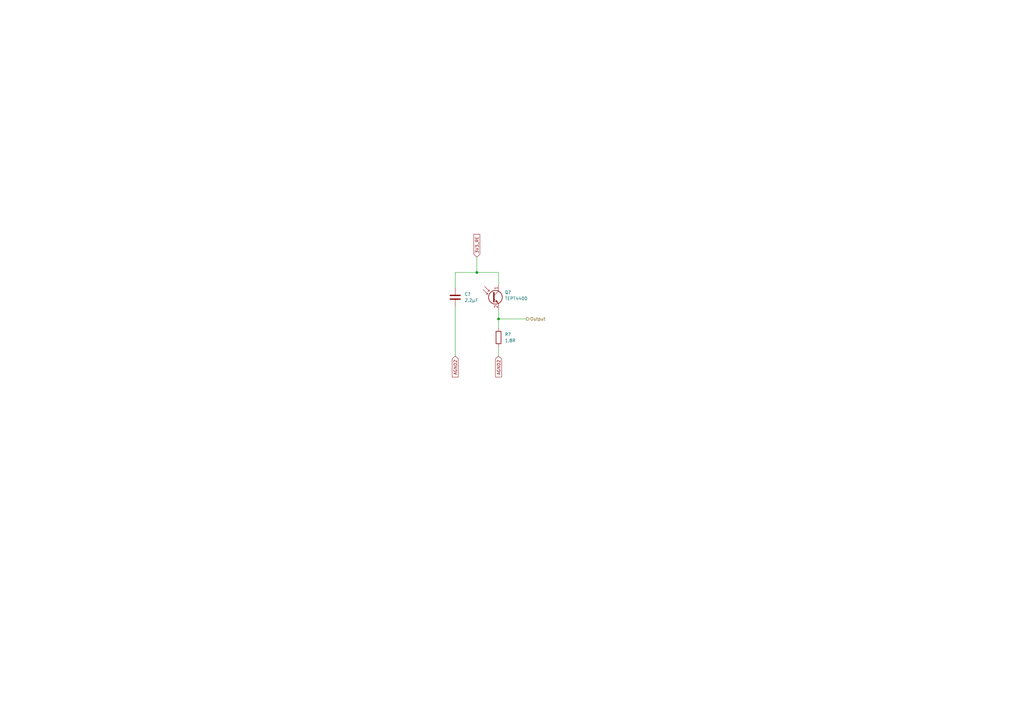
<source format=kicad_sch>
(kicad_sch (version 20250114) (generator "eeschema") (generator_version "9.0")
  (paper "A3")
  (title_block (title "Rabosa_Bot") (rev "1.0") (company "XorvaLabs"))
  (lib_symbols
    (symbol "Device:C" (pin_numbers (hide yes)) (pin_names (offset 0.254))
      (property "Reference" "C" (at 0.635 2.54 0))
      (property "Value" "C" (at 0.635 -2.54 0))
      (symbol "C_0_1"
        (polyline (pts (xy -2.032 0.762) (xy 2.032 0.762)) (stroke (width 0.508)))
        (polyline (pts (xy -2.032 -0.762) (xy 2.032 -0.762)) (stroke (width 0.508)))
      )
      (symbol "C_1_1"
        (pin passive line (at 0 3.81 270) (length 2.794) (name "~") (number "1"))
        (pin passive line (at 0 -3.81 90) (length 2.794) (name "~") (number "2"))
      )
    )
    (symbol "Device:R" (pin_numbers (hide yes)) (pin_names (offset 0))
      (property "Reference" "R" (at 2.032 0 90))
      (property "Value" "R" (at 0 0 90))
      (symbol "R_0_1"
        (rectangle (start -1.016 -2.54) (end 1.016 2.54) (stroke (width 0.254)))
      )
      (symbol "R_1_1"
        (pin passive line (at 0 3.81 270) (length 1.27) (name "~") (number "1"))
        (pin passive line (at 0 -3.81 90) (length 1.27) (name "~") (number "2"))
      )
    )
    (symbol "Sensor_Optical:TEPT4400" (pin_names (offset 0) (hide yes))
      (property "Reference" "Q" (at 5.08 1.27 0))
      (property "Value" "TEPT4400" (at 5.08 -1.27 0))
      (symbol "TEPT4400_0_1"
        (polyline (pts (xy -3.81 3.175) (xy -1.905 1.27) (xy -1.905 1.905)))
        (polyline (pts (xy -3.175 4.445) (xy -1.27 2.54) (xy -1.27 3.175)))
        (polyline (pts (xy -1.905 1.27) (xy -2.54 1.27)))
        (polyline (pts (xy -1.27 2.54) (xy -1.905 2.54)))
        (polyline (pts (xy 0.635 1.905) (xy 0.635 -1.905) (xy 0.635 -1.905)) (stroke (width 0.508)))
        (polyline (pts (xy 0.635 0.635) (xy 2.54 2.54)))
        (polyline (pts (xy 0.635 -0.635) (xy 2.54 -2.54) (xy 2.54 -2.54)))
        (circle (center 1.27 0) (radius 2.8194) (stroke (width 0.254)))
        (polyline (pts (xy 1.27 -1.778) (xy 1.778 -1.27) (xy 2.286 -2.286) (xy 1.27 -1.778) (xy 1.27 -1.778)) (fill (type outline)))
      )
      (symbol "TEPT4400_1_1"
        (pin passive line (at 2.54 5.08 270) (length 2.54) (name "C") (number "1"))
        (pin passive line (at 2.54 -5.08 90) (length 2.54) (name "E") (number "2"))
      )
    )
  )
  (junction (at 204.47 130.81))
  (junction (at 195.58 111.76))
  (wire (pts (xy 195.58 111.76) (xy 204.47 111.76)))
  (wire (pts (xy 204.47 130.81) (xy 204.47 134.62)))
  (wire (pts (xy 195.58 105.41) (xy 195.58 111.76)))
  (wire (pts (xy 204.47 127) (xy 204.47 130.81)))
  (wire (pts (xy 204.47 142.24) (xy 204.47 146.05)))
  (wire (pts (xy 186.69 118.11) (xy 186.69 111.76)))
  (wire (pts (xy 204.47 130.81) (xy 215.9 130.81)))
  (wire (pts (xy 186.69 125.73) (xy 186.69 146.05)))
  (wire (pts (xy 186.69 111.76) (xy 195.58 111.76)))
  (wire (pts (xy 204.47 111.76) (xy 204.47 116.84)))
  (global_label "AGND2" (shape input) (at 204.47 146.05 270) (property "Intersheetrefs" "${INTERSHEET_REFS}" (effects (hide yes))))
  (global_label "3V3_RE" (shape input) (at 195.58 105.41 90) (property "Intersheetrefs" "${INTERSHEET_REFS}" (effects (hide yes))))
  (global_label "AGND2" (shape input) (at 186.69 146.05 270) (property "Intersheetrefs" "${INTERSHEET_REFS}" (effects (hide yes))))
  (hierarchical_label "Output" (shape output) (at 215.9 130.81 0))
  (symbol (lib_id "Device:C") (at 186.69 121.92 0) (unit 1)
    (property "Reference" "C?" (at 190.5 120.6499 0) (effects (justify left)))
    (property "Value" "2.2µF" (at 190.5 123.1899 0) (effects (justify left)))
    (property "Footprint" "Capacitor_SMD:C_0201_0603Metric" (effects (hide yes)))
    (property "Description" "Unpolarized capacitor" (effects (hide yes)))
  )
  (symbol (lib_id "Sensor_Optical:TEPT4400") (at 201.93 121.92 0) (unit 1)
    (property "Reference" "Q?" (at 207.01 119.9006 0) (effects (justify left)))
    (property "Value" "TEPT4400" (at 207.01 122.4406 0) (effects (justify left)))
    (property "Footprint" "LED_THT:LED_D3.0mm_Clear" (effects (hide yes)))
    (property "Datasheet" "https://www.vishay.com/docs/81341/tept4400.pdf" (effects (hide yes)))
    (property "Description" "Ambient Light Sensor, NPN Epitaxial Planar Phototransistor, T-1" (effects (hide yes)))
    (property "Enlace compra" "https://www.mouser.es/ProductDetail/Vishay-Semiconductors/TEFT4300?qs=HsFHTXumnCRbcrt8oPFPMA%3D%3D" (effects (hide yes)))
  )
  (symbol (lib_id "Device:R") (at 204.47 138.43 0) (unit 1)
    (property "Reference" "R?" (at 207.01 137.1599 0) (effects (justify left)))
    (property "Value" "1.8R" (at 207.01 139.6999 0) (effects (justify left)))
    (property "Footprint" "PCM_Resistor_SMD_AKL:R_0402_1005Metric" (effects (hide yes)))
    (property "Description" "Resistor" (effects (hide yes)))
    (property "JLCPCB Part #" "C174229" (effects (hide yes)))
  )
)
</source>
